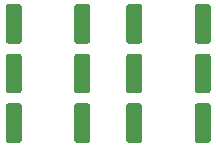
<source format=gbr>
G04 #@! TF.GenerationSoftware,KiCad,Pcbnew,(5.1.4-0)*
G04 #@! TF.CreationDate,2021-06-22T22:46:31+02:00*
G04 #@! TF.ProjectId,accumulator_HV_distribution_board,61636375-6d75-46c6-9174-6f725f48565f,rev?*
G04 #@! TF.SameCoordinates,Original*
G04 #@! TF.FileFunction,Paste,Bot*
G04 #@! TF.FilePolarity,Positive*
%FSLAX46Y46*%
G04 Gerber Fmt 4.6, Leading zero omitted, Abs format (unit mm)*
G04 Created by KiCad (PCBNEW (5.1.4-0)) date 2021-06-22 22:46:31*
%MOMM*%
%LPD*%
G04 APERTURE LIST*
%ADD10C,0.100000*%
%ADD11C,1.350000*%
G04 APERTURE END LIST*
D10*
G36*
X126349505Y-50326204D02*
G01*
X126373773Y-50329804D01*
X126397572Y-50335765D01*
X126420671Y-50344030D01*
X126442850Y-50354520D01*
X126463893Y-50367132D01*
X126483599Y-50381747D01*
X126501777Y-50398223D01*
X126518253Y-50416401D01*
X126532868Y-50436107D01*
X126545480Y-50457150D01*
X126555970Y-50479329D01*
X126564235Y-50502428D01*
X126570196Y-50526227D01*
X126573796Y-50550495D01*
X126575000Y-50574999D01*
X126575000Y-53425001D01*
X126573796Y-53449505D01*
X126570196Y-53473773D01*
X126564235Y-53497572D01*
X126555970Y-53520671D01*
X126545480Y-53542850D01*
X126532868Y-53563893D01*
X126518253Y-53583599D01*
X126501777Y-53601777D01*
X126483599Y-53618253D01*
X126463893Y-53632868D01*
X126442850Y-53645480D01*
X126420671Y-53655970D01*
X126397572Y-53664235D01*
X126373773Y-53670196D01*
X126349505Y-53673796D01*
X126325001Y-53675000D01*
X125474999Y-53675000D01*
X125450495Y-53673796D01*
X125426227Y-53670196D01*
X125402428Y-53664235D01*
X125379329Y-53655970D01*
X125357150Y-53645480D01*
X125336107Y-53632868D01*
X125316401Y-53618253D01*
X125298223Y-53601777D01*
X125281747Y-53583599D01*
X125267132Y-53563893D01*
X125254520Y-53542850D01*
X125244030Y-53520671D01*
X125235765Y-53497572D01*
X125229804Y-53473773D01*
X125226204Y-53449505D01*
X125225000Y-53425001D01*
X125225000Y-50574999D01*
X125226204Y-50550495D01*
X125229804Y-50526227D01*
X125235765Y-50502428D01*
X125244030Y-50479329D01*
X125254520Y-50457150D01*
X125267132Y-50436107D01*
X125281747Y-50416401D01*
X125298223Y-50398223D01*
X125316401Y-50381747D01*
X125336107Y-50367132D01*
X125357150Y-50354520D01*
X125379329Y-50344030D01*
X125402428Y-50335765D01*
X125426227Y-50329804D01*
X125450495Y-50326204D01*
X125474999Y-50325000D01*
X126325001Y-50325000D01*
X126349505Y-50326204D01*
X126349505Y-50326204D01*
G37*
D11*
X125900000Y-52000000D03*
D10*
G36*
X132149505Y-50326204D02*
G01*
X132173773Y-50329804D01*
X132197572Y-50335765D01*
X132220671Y-50344030D01*
X132242850Y-50354520D01*
X132263893Y-50367132D01*
X132283599Y-50381747D01*
X132301777Y-50398223D01*
X132318253Y-50416401D01*
X132332868Y-50436107D01*
X132345480Y-50457150D01*
X132355970Y-50479329D01*
X132364235Y-50502428D01*
X132370196Y-50526227D01*
X132373796Y-50550495D01*
X132375000Y-50574999D01*
X132375000Y-53425001D01*
X132373796Y-53449505D01*
X132370196Y-53473773D01*
X132364235Y-53497572D01*
X132355970Y-53520671D01*
X132345480Y-53542850D01*
X132332868Y-53563893D01*
X132318253Y-53583599D01*
X132301777Y-53601777D01*
X132283599Y-53618253D01*
X132263893Y-53632868D01*
X132242850Y-53645480D01*
X132220671Y-53655970D01*
X132197572Y-53664235D01*
X132173773Y-53670196D01*
X132149505Y-53673796D01*
X132125001Y-53675000D01*
X131274999Y-53675000D01*
X131250495Y-53673796D01*
X131226227Y-53670196D01*
X131202428Y-53664235D01*
X131179329Y-53655970D01*
X131157150Y-53645480D01*
X131136107Y-53632868D01*
X131116401Y-53618253D01*
X131098223Y-53601777D01*
X131081747Y-53583599D01*
X131067132Y-53563893D01*
X131054520Y-53542850D01*
X131044030Y-53520671D01*
X131035765Y-53497572D01*
X131029804Y-53473773D01*
X131026204Y-53449505D01*
X131025000Y-53425001D01*
X131025000Y-50574999D01*
X131026204Y-50550495D01*
X131029804Y-50526227D01*
X131035765Y-50502428D01*
X131044030Y-50479329D01*
X131054520Y-50457150D01*
X131067132Y-50436107D01*
X131081747Y-50416401D01*
X131098223Y-50398223D01*
X131116401Y-50381747D01*
X131136107Y-50367132D01*
X131157150Y-50354520D01*
X131179329Y-50344030D01*
X131202428Y-50335765D01*
X131226227Y-50329804D01*
X131250495Y-50326204D01*
X131274999Y-50325000D01*
X132125001Y-50325000D01*
X132149505Y-50326204D01*
X132149505Y-50326204D01*
G37*
D11*
X131700000Y-52000000D03*
D10*
G36*
X132149505Y-58726204D02*
G01*
X132173773Y-58729804D01*
X132197572Y-58735765D01*
X132220671Y-58744030D01*
X132242850Y-58754520D01*
X132263893Y-58767132D01*
X132283599Y-58781747D01*
X132301777Y-58798223D01*
X132318253Y-58816401D01*
X132332868Y-58836107D01*
X132345480Y-58857150D01*
X132355970Y-58879329D01*
X132364235Y-58902428D01*
X132370196Y-58926227D01*
X132373796Y-58950495D01*
X132375000Y-58974999D01*
X132375000Y-61825001D01*
X132373796Y-61849505D01*
X132370196Y-61873773D01*
X132364235Y-61897572D01*
X132355970Y-61920671D01*
X132345480Y-61942850D01*
X132332868Y-61963893D01*
X132318253Y-61983599D01*
X132301777Y-62001777D01*
X132283599Y-62018253D01*
X132263893Y-62032868D01*
X132242850Y-62045480D01*
X132220671Y-62055970D01*
X132197572Y-62064235D01*
X132173773Y-62070196D01*
X132149505Y-62073796D01*
X132125001Y-62075000D01*
X131274999Y-62075000D01*
X131250495Y-62073796D01*
X131226227Y-62070196D01*
X131202428Y-62064235D01*
X131179329Y-62055970D01*
X131157150Y-62045480D01*
X131136107Y-62032868D01*
X131116401Y-62018253D01*
X131098223Y-62001777D01*
X131081747Y-61983599D01*
X131067132Y-61963893D01*
X131054520Y-61942850D01*
X131044030Y-61920671D01*
X131035765Y-61897572D01*
X131029804Y-61873773D01*
X131026204Y-61849505D01*
X131025000Y-61825001D01*
X131025000Y-58974999D01*
X131026204Y-58950495D01*
X131029804Y-58926227D01*
X131035765Y-58902428D01*
X131044030Y-58879329D01*
X131054520Y-58857150D01*
X131067132Y-58836107D01*
X131081747Y-58816401D01*
X131098223Y-58798223D01*
X131116401Y-58781747D01*
X131136107Y-58767132D01*
X131157150Y-58754520D01*
X131179329Y-58744030D01*
X131202428Y-58735765D01*
X131226227Y-58729804D01*
X131250495Y-58726204D01*
X131274999Y-58725000D01*
X132125001Y-58725000D01*
X132149505Y-58726204D01*
X132149505Y-58726204D01*
G37*
D11*
X131700000Y-60400000D03*
D10*
G36*
X126349505Y-58726204D02*
G01*
X126373773Y-58729804D01*
X126397572Y-58735765D01*
X126420671Y-58744030D01*
X126442850Y-58754520D01*
X126463893Y-58767132D01*
X126483599Y-58781747D01*
X126501777Y-58798223D01*
X126518253Y-58816401D01*
X126532868Y-58836107D01*
X126545480Y-58857150D01*
X126555970Y-58879329D01*
X126564235Y-58902428D01*
X126570196Y-58926227D01*
X126573796Y-58950495D01*
X126575000Y-58974999D01*
X126575000Y-61825001D01*
X126573796Y-61849505D01*
X126570196Y-61873773D01*
X126564235Y-61897572D01*
X126555970Y-61920671D01*
X126545480Y-61942850D01*
X126532868Y-61963893D01*
X126518253Y-61983599D01*
X126501777Y-62001777D01*
X126483599Y-62018253D01*
X126463893Y-62032868D01*
X126442850Y-62045480D01*
X126420671Y-62055970D01*
X126397572Y-62064235D01*
X126373773Y-62070196D01*
X126349505Y-62073796D01*
X126325001Y-62075000D01*
X125474999Y-62075000D01*
X125450495Y-62073796D01*
X125426227Y-62070196D01*
X125402428Y-62064235D01*
X125379329Y-62055970D01*
X125357150Y-62045480D01*
X125336107Y-62032868D01*
X125316401Y-62018253D01*
X125298223Y-62001777D01*
X125281747Y-61983599D01*
X125267132Y-61963893D01*
X125254520Y-61942850D01*
X125244030Y-61920671D01*
X125235765Y-61897572D01*
X125229804Y-61873773D01*
X125226204Y-61849505D01*
X125225000Y-61825001D01*
X125225000Y-58974999D01*
X125226204Y-58950495D01*
X125229804Y-58926227D01*
X125235765Y-58902428D01*
X125244030Y-58879329D01*
X125254520Y-58857150D01*
X125267132Y-58836107D01*
X125281747Y-58816401D01*
X125298223Y-58798223D01*
X125316401Y-58781747D01*
X125336107Y-58767132D01*
X125357150Y-58754520D01*
X125379329Y-58744030D01*
X125402428Y-58735765D01*
X125426227Y-58729804D01*
X125450495Y-58726204D01*
X125474999Y-58725000D01*
X126325001Y-58725000D01*
X126349505Y-58726204D01*
X126349505Y-58726204D01*
G37*
D11*
X125900000Y-60400000D03*
D10*
G36*
X126349505Y-54526204D02*
G01*
X126373773Y-54529804D01*
X126397572Y-54535765D01*
X126420671Y-54544030D01*
X126442850Y-54554520D01*
X126463893Y-54567132D01*
X126483599Y-54581747D01*
X126501777Y-54598223D01*
X126518253Y-54616401D01*
X126532868Y-54636107D01*
X126545480Y-54657150D01*
X126555970Y-54679329D01*
X126564235Y-54702428D01*
X126570196Y-54726227D01*
X126573796Y-54750495D01*
X126575000Y-54774999D01*
X126575000Y-57625001D01*
X126573796Y-57649505D01*
X126570196Y-57673773D01*
X126564235Y-57697572D01*
X126555970Y-57720671D01*
X126545480Y-57742850D01*
X126532868Y-57763893D01*
X126518253Y-57783599D01*
X126501777Y-57801777D01*
X126483599Y-57818253D01*
X126463893Y-57832868D01*
X126442850Y-57845480D01*
X126420671Y-57855970D01*
X126397572Y-57864235D01*
X126373773Y-57870196D01*
X126349505Y-57873796D01*
X126325001Y-57875000D01*
X125474999Y-57875000D01*
X125450495Y-57873796D01*
X125426227Y-57870196D01*
X125402428Y-57864235D01*
X125379329Y-57855970D01*
X125357150Y-57845480D01*
X125336107Y-57832868D01*
X125316401Y-57818253D01*
X125298223Y-57801777D01*
X125281747Y-57783599D01*
X125267132Y-57763893D01*
X125254520Y-57742850D01*
X125244030Y-57720671D01*
X125235765Y-57697572D01*
X125229804Y-57673773D01*
X125226204Y-57649505D01*
X125225000Y-57625001D01*
X125225000Y-54774999D01*
X125226204Y-54750495D01*
X125229804Y-54726227D01*
X125235765Y-54702428D01*
X125244030Y-54679329D01*
X125254520Y-54657150D01*
X125267132Y-54636107D01*
X125281747Y-54616401D01*
X125298223Y-54598223D01*
X125316401Y-54581747D01*
X125336107Y-54567132D01*
X125357150Y-54554520D01*
X125379329Y-54544030D01*
X125402428Y-54535765D01*
X125426227Y-54529804D01*
X125450495Y-54526204D01*
X125474999Y-54525000D01*
X126325001Y-54525000D01*
X126349505Y-54526204D01*
X126349505Y-54526204D01*
G37*
D11*
X125900000Y-56200000D03*
D10*
G36*
X132149505Y-54526204D02*
G01*
X132173773Y-54529804D01*
X132197572Y-54535765D01*
X132220671Y-54544030D01*
X132242850Y-54554520D01*
X132263893Y-54567132D01*
X132283599Y-54581747D01*
X132301777Y-54598223D01*
X132318253Y-54616401D01*
X132332868Y-54636107D01*
X132345480Y-54657150D01*
X132355970Y-54679329D01*
X132364235Y-54702428D01*
X132370196Y-54726227D01*
X132373796Y-54750495D01*
X132375000Y-54774999D01*
X132375000Y-57625001D01*
X132373796Y-57649505D01*
X132370196Y-57673773D01*
X132364235Y-57697572D01*
X132355970Y-57720671D01*
X132345480Y-57742850D01*
X132332868Y-57763893D01*
X132318253Y-57783599D01*
X132301777Y-57801777D01*
X132283599Y-57818253D01*
X132263893Y-57832868D01*
X132242850Y-57845480D01*
X132220671Y-57855970D01*
X132197572Y-57864235D01*
X132173773Y-57870196D01*
X132149505Y-57873796D01*
X132125001Y-57875000D01*
X131274999Y-57875000D01*
X131250495Y-57873796D01*
X131226227Y-57870196D01*
X131202428Y-57864235D01*
X131179329Y-57855970D01*
X131157150Y-57845480D01*
X131136107Y-57832868D01*
X131116401Y-57818253D01*
X131098223Y-57801777D01*
X131081747Y-57783599D01*
X131067132Y-57763893D01*
X131054520Y-57742850D01*
X131044030Y-57720671D01*
X131035765Y-57697572D01*
X131029804Y-57673773D01*
X131026204Y-57649505D01*
X131025000Y-57625001D01*
X131025000Y-54774999D01*
X131026204Y-54750495D01*
X131029804Y-54726227D01*
X131035765Y-54702428D01*
X131044030Y-54679329D01*
X131054520Y-54657150D01*
X131067132Y-54636107D01*
X131081747Y-54616401D01*
X131098223Y-54598223D01*
X131116401Y-54581747D01*
X131136107Y-54567132D01*
X131157150Y-54554520D01*
X131179329Y-54544030D01*
X131202428Y-54535765D01*
X131226227Y-54529804D01*
X131250495Y-54526204D01*
X131274999Y-54525000D01*
X132125001Y-54525000D01*
X132149505Y-54526204D01*
X132149505Y-54526204D01*
G37*
D11*
X131700000Y-56200000D03*
D10*
G36*
X142349505Y-50326204D02*
G01*
X142373773Y-50329804D01*
X142397572Y-50335765D01*
X142420671Y-50344030D01*
X142442850Y-50354520D01*
X142463893Y-50367132D01*
X142483599Y-50381747D01*
X142501777Y-50398223D01*
X142518253Y-50416401D01*
X142532868Y-50436107D01*
X142545480Y-50457150D01*
X142555970Y-50479329D01*
X142564235Y-50502428D01*
X142570196Y-50526227D01*
X142573796Y-50550495D01*
X142575000Y-50574999D01*
X142575000Y-53425001D01*
X142573796Y-53449505D01*
X142570196Y-53473773D01*
X142564235Y-53497572D01*
X142555970Y-53520671D01*
X142545480Y-53542850D01*
X142532868Y-53563893D01*
X142518253Y-53583599D01*
X142501777Y-53601777D01*
X142483599Y-53618253D01*
X142463893Y-53632868D01*
X142442850Y-53645480D01*
X142420671Y-53655970D01*
X142397572Y-53664235D01*
X142373773Y-53670196D01*
X142349505Y-53673796D01*
X142325001Y-53675000D01*
X141474999Y-53675000D01*
X141450495Y-53673796D01*
X141426227Y-53670196D01*
X141402428Y-53664235D01*
X141379329Y-53655970D01*
X141357150Y-53645480D01*
X141336107Y-53632868D01*
X141316401Y-53618253D01*
X141298223Y-53601777D01*
X141281747Y-53583599D01*
X141267132Y-53563893D01*
X141254520Y-53542850D01*
X141244030Y-53520671D01*
X141235765Y-53497572D01*
X141229804Y-53473773D01*
X141226204Y-53449505D01*
X141225000Y-53425001D01*
X141225000Y-50574999D01*
X141226204Y-50550495D01*
X141229804Y-50526227D01*
X141235765Y-50502428D01*
X141244030Y-50479329D01*
X141254520Y-50457150D01*
X141267132Y-50436107D01*
X141281747Y-50416401D01*
X141298223Y-50398223D01*
X141316401Y-50381747D01*
X141336107Y-50367132D01*
X141357150Y-50354520D01*
X141379329Y-50344030D01*
X141402428Y-50335765D01*
X141426227Y-50329804D01*
X141450495Y-50326204D01*
X141474999Y-50325000D01*
X142325001Y-50325000D01*
X142349505Y-50326204D01*
X142349505Y-50326204D01*
G37*
D11*
X141900000Y-52000000D03*
D10*
G36*
X136549505Y-50326204D02*
G01*
X136573773Y-50329804D01*
X136597572Y-50335765D01*
X136620671Y-50344030D01*
X136642850Y-50354520D01*
X136663893Y-50367132D01*
X136683599Y-50381747D01*
X136701777Y-50398223D01*
X136718253Y-50416401D01*
X136732868Y-50436107D01*
X136745480Y-50457150D01*
X136755970Y-50479329D01*
X136764235Y-50502428D01*
X136770196Y-50526227D01*
X136773796Y-50550495D01*
X136775000Y-50574999D01*
X136775000Y-53425001D01*
X136773796Y-53449505D01*
X136770196Y-53473773D01*
X136764235Y-53497572D01*
X136755970Y-53520671D01*
X136745480Y-53542850D01*
X136732868Y-53563893D01*
X136718253Y-53583599D01*
X136701777Y-53601777D01*
X136683599Y-53618253D01*
X136663893Y-53632868D01*
X136642850Y-53645480D01*
X136620671Y-53655970D01*
X136597572Y-53664235D01*
X136573773Y-53670196D01*
X136549505Y-53673796D01*
X136525001Y-53675000D01*
X135674999Y-53675000D01*
X135650495Y-53673796D01*
X135626227Y-53670196D01*
X135602428Y-53664235D01*
X135579329Y-53655970D01*
X135557150Y-53645480D01*
X135536107Y-53632868D01*
X135516401Y-53618253D01*
X135498223Y-53601777D01*
X135481747Y-53583599D01*
X135467132Y-53563893D01*
X135454520Y-53542850D01*
X135444030Y-53520671D01*
X135435765Y-53497572D01*
X135429804Y-53473773D01*
X135426204Y-53449505D01*
X135425000Y-53425001D01*
X135425000Y-50574999D01*
X135426204Y-50550495D01*
X135429804Y-50526227D01*
X135435765Y-50502428D01*
X135444030Y-50479329D01*
X135454520Y-50457150D01*
X135467132Y-50436107D01*
X135481747Y-50416401D01*
X135498223Y-50398223D01*
X135516401Y-50381747D01*
X135536107Y-50367132D01*
X135557150Y-50354520D01*
X135579329Y-50344030D01*
X135602428Y-50335765D01*
X135626227Y-50329804D01*
X135650495Y-50326204D01*
X135674999Y-50325000D01*
X136525001Y-50325000D01*
X136549505Y-50326204D01*
X136549505Y-50326204D01*
G37*
D11*
X136100000Y-52000000D03*
D10*
G36*
X142349505Y-58726204D02*
G01*
X142373773Y-58729804D01*
X142397572Y-58735765D01*
X142420671Y-58744030D01*
X142442850Y-58754520D01*
X142463893Y-58767132D01*
X142483599Y-58781747D01*
X142501777Y-58798223D01*
X142518253Y-58816401D01*
X142532868Y-58836107D01*
X142545480Y-58857150D01*
X142555970Y-58879329D01*
X142564235Y-58902428D01*
X142570196Y-58926227D01*
X142573796Y-58950495D01*
X142575000Y-58974999D01*
X142575000Y-61825001D01*
X142573796Y-61849505D01*
X142570196Y-61873773D01*
X142564235Y-61897572D01*
X142555970Y-61920671D01*
X142545480Y-61942850D01*
X142532868Y-61963893D01*
X142518253Y-61983599D01*
X142501777Y-62001777D01*
X142483599Y-62018253D01*
X142463893Y-62032868D01*
X142442850Y-62045480D01*
X142420671Y-62055970D01*
X142397572Y-62064235D01*
X142373773Y-62070196D01*
X142349505Y-62073796D01*
X142325001Y-62075000D01*
X141474999Y-62075000D01*
X141450495Y-62073796D01*
X141426227Y-62070196D01*
X141402428Y-62064235D01*
X141379329Y-62055970D01*
X141357150Y-62045480D01*
X141336107Y-62032868D01*
X141316401Y-62018253D01*
X141298223Y-62001777D01*
X141281747Y-61983599D01*
X141267132Y-61963893D01*
X141254520Y-61942850D01*
X141244030Y-61920671D01*
X141235765Y-61897572D01*
X141229804Y-61873773D01*
X141226204Y-61849505D01*
X141225000Y-61825001D01*
X141225000Y-58974999D01*
X141226204Y-58950495D01*
X141229804Y-58926227D01*
X141235765Y-58902428D01*
X141244030Y-58879329D01*
X141254520Y-58857150D01*
X141267132Y-58836107D01*
X141281747Y-58816401D01*
X141298223Y-58798223D01*
X141316401Y-58781747D01*
X141336107Y-58767132D01*
X141357150Y-58754520D01*
X141379329Y-58744030D01*
X141402428Y-58735765D01*
X141426227Y-58729804D01*
X141450495Y-58726204D01*
X141474999Y-58725000D01*
X142325001Y-58725000D01*
X142349505Y-58726204D01*
X142349505Y-58726204D01*
G37*
D11*
X141900000Y-60400000D03*
D10*
G36*
X136549505Y-58726204D02*
G01*
X136573773Y-58729804D01*
X136597572Y-58735765D01*
X136620671Y-58744030D01*
X136642850Y-58754520D01*
X136663893Y-58767132D01*
X136683599Y-58781747D01*
X136701777Y-58798223D01*
X136718253Y-58816401D01*
X136732868Y-58836107D01*
X136745480Y-58857150D01*
X136755970Y-58879329D01*
X136764235Y-58902428D01*
X136770196Y-58926227D01*
X136773796Y-58950495D01*
X136775000Y-58974999D01*
X136775000Y-61825001D01*
X136773796Y-61849505D01*
X136770196Y-61873773D01*
X136764235Y-61897572D01*
X136755970Y-61920671D01*
X136745480Y-61942850D01*
X136732868Y-61963893D01*
X136718253Y-61983599D01*
X136701777Y-62001777D01*
X136683599Y-62018253D01*
X136663893Y-62032868D01*
X136642850Y-62045480D01*
X136620671Y-62055970D01*
X136597572Y-62064235D01*
X136573773Y-62070196D01*
X136549505Y-62073796D01*
X136525001Y-62075000D01*
X135674999Y-62075000D01*
X135650495Y-62073796D01*
X135626227Y-62070196D01*
X135602428Y-62064235D01*
X135579329Y-62055970D01*
X135557150Y-62045480D01*
X135536107Y-62032868D01*
X135516401Y-62018253D01*
X135498223Y-62001777D01*
X135481747Y-61983599D01*
X135467132Y-61963893D01*
X135454520Y-61942850D01*
X135444030Y-61920671D01*
X135435765Y-61897572D01*
X135429804Y-61873773D01*
X135426204Y-61849505D01*
X135425000Y-61825001D01*
X135425000Y-58974999D01*
X135426204Y-58950495D01*
X135429804Y-58926227D01*
X135435765Y-58902428D01*
X135444030Y-58879329D01*
X135454520Y-58857150D01*
X135467132Y-58836107D01*
X135481747Y-58816401D01*
X135498223Y-58798223D01*
X135516401Y-58781747D01*
X135536107Y-58767132D01*
X135557150Y-58754520D01*
X135579329Y-58744030D01*
X135602428Y-58735765D01*
X135626227Y-58729804D01*
X135650495Y-58726204D01*
X135674999Y-58725000D01*
X136525001Y-58725000D01*
X136549505Y-58726204D01*
X136549505Y-58726204D01*
G37*
D11*
X136100000Y-60400000D03*
D10*
G36*
X136549505Y-54526204D02*
G01*
X136573773Y-54529804D01*
X136597572Y-54535765D01*
X136620671Y-54544030D01*
X136642850Y-54554520D01*
X136663893Y-54567132D01*
X136683599Y-54581747D01*
X136701777Y-54598223D01*
X136718253Y-54616401D01*
X136732868Y-54636107D01*
X136745480Y-54657150D01*
X136755970Y-54679329D01*
X136764235Y-54702428D01*
X136770196Y-54726227D01*
X136773796Y-54750495D01*
X136775000Y-54774999D01*
X136775000Y-57625001D01*
X136773796Y-57649505D01*
X136770196Y-57673773D01*
X136764235Y-57697572D01*
X136755970Y-57720671D01*
X136745480Y-57742850D01*
X136732868Y-57763893D01*
X136718253Y-57783599D01*
X136701777Y-57801777D01*
X136683599Y-57818253D01*
X136663893Y-57832868D01*
X136642850Y-57845480D01*
X136620671Y-57855970D01*
X136597572Y-57864235D01*
X136573773Y-57870196D01*
X136549505Y-57873796D01*
X136525001Y-57875000D01*
X135674999Y-57875000D01*
X135650495Y-57873796D01*
X135626227Y-57870196D01*
X135602428Y-57864235D01*
X135579329Y-57855970D01*
X135557150Y-57845480D01*
X135536107Y-57832868D01*
X135516401Y-57818253D01*
X135498223Y-57801777D01*
X135481747Y-57783599D01*
X135467132Y-57763893D01*
X135454520Y-57742850D01*
X135444030Y-57720671D01*
X135435765Y-57697572D01*
X135429804Y-57673773D01*
X135426204Y-57649505D01*
X135425000Y-57625001D01*
X135425000Y-54774999D01*
X135426204Y-54750495D01*
X135429804Y-54726227D01*
X135435765Y-54702428D01*
X135444030Y-54679329D01*
X135454520Y-54657150D01*
X135467132Y-54636107D01*
X135481747Y-54616401D01*
X135498223Y-54598223D01*
X135516401Y-54581747D01*
X135536107Y-54567132D01*
X135557150Y-54554520D01*
X135579329Y-54544030D01*
X135602428Y-54535765D01*
X135626227Y-54529804D01*
X135650495Y-54526204D01*
X135674999Y-54525000D01*
X136525001Y-54525000D01*
X136549505Y-54526204D01*
X136549505Y-54526204D01*
G37*
D11*
X136100000Y-56200000D03*
D10*
G36*
X142349505Y-54526204D02*
G01*
X142373773Y-54529804D01*
X142397572Y-54535765D01*
X142420671Y-54544030D01*
X142442850Y-54554520D01*
X142463893Y-54567132D01*
X142483599Y-54581747D01*
X142501777Y-54598223D01*
X142518253Y-54616401D01*
X142532868Y-54636107D01*
X142545480Y-54657150D01*
X142555970Y-54679329D01*
X142564235Y-54702428D01*
X142570196Y-54726227D01*
X142573796Y-54750495D01*
X142575000Y-54774999D01*
X142575000Y-57625001D01*
X142573796Y-57649505D01*
X142570196Y-57673773D01*
X142564235Y-57697572D01*
X142555970Y-57720671D01*
X142545480Y-57742850D01*
X142532868Y-57763893D01*
X142518253Y-57783599D01*
X142501777Y-57801777D01*
X142483599Y-57818253D01*
X142463893Y-57832868D01*
X142442850Y-57845480D01*
X142420671Y-57855970D01*
X142397572Y-57864235D01*
X142373773Y-57870196D01*
X142349505Y-57873796D01*
X142325001Y-57875000D01*
X141474999Y-57875000D01*
X141450495Y-57873796D01*
X141426227Y-57870196D01*
X141402428Y-57864235D01*
X141379329Y-57855970D01*
X141357150Y-57845480D01*
X141336107Y-57832868D01*
X141316401Y-57818253D01*
X141298223Y-57801777D01*
X141281747Y-57783599D01*
X141267132Y-57763893D01*
X141254520Y-57742850D01*
X141244030Y-57720671D01*
X141235765Y-57697572D01*
X141229804Y-57673773D01*
X141226204Y-57649505D01*
X141225000Y-57625001D01*
X141225000Y-54774999D01*
X141226204Y-54750495D01*
X141229804Y-54726227D01*
X141235765Y-54702428D01*
X141244030Y-54679329D01*
X141254520Y-54657150D01*
X141267132Y-54636107D01*
X141281747Y-54616401D01*
X141298223Y-54598223D01*
X141316401Y-54581747D01*
X141336107Y-54567132D01*
X141357150Y-54554520D01*
X141379329Y-54544030D01*
X141402428Y-54535765D01*
X141426227Y-54529804D01*
X141450495Y-54526204D01*
X141474999Y-54525000D01*
X142325001Y-54525000D01*
X142349505Y-54526204D01*
X142349505Y-54526204D01*
G37*
D11*
X141900000Y-56200000D03*
M02*

</source>
